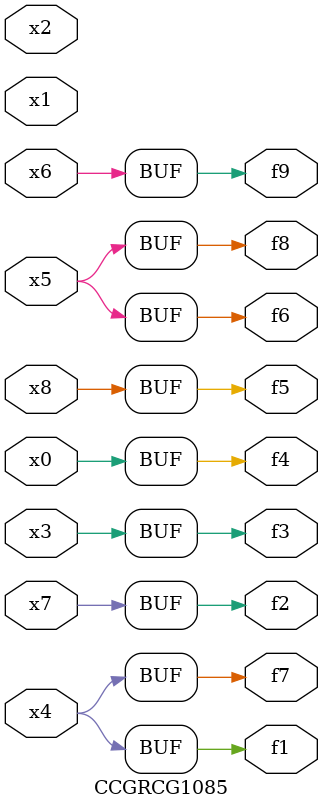
<source format=v>
module CCGRCG1085(
	input x0, x1, x2, x3, x4, x5, x6, x7, x8,
	output f1, f2, f3, f4, f5, f6, f7, f8, f9
);
	assign f1 = x4;
	assign f2 = x7;
	assign f3 = x3;
	assign f4 = x0;
	assign f5 = x8;
	assign f6 = x5;
	assign f7 = x4;
	assign f8 = x5;
	assign f9 = x6;
endmodule

</source>
